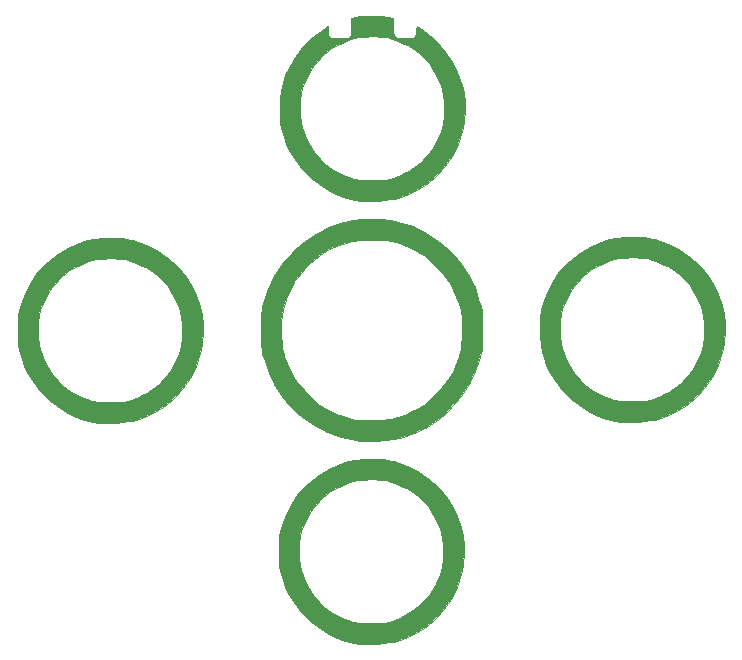
<source format=gbr>
G04 #@! TF.GenerationSoftware,KiCad,Pcbnew,(5.0.1-3-g963ef8bb5)*
G04 #@! TF.CreationDate,2019-04-07T15:35:03+01:00*
G04 #@! TF.ProjectId,invitation,696E7669746174696F6E2E6B69636164,rev?*
G04 #@! TF.SameCoordinates,Original*
G04 #@! TF.FileFunction,Legend,Top*
G04 #@! TF.FilePolarity,Positive*
%FSLAX46Y46*%
G04 Gerber Fmt 4.6, Leading zero omitted, Abs format (unit mm)*
G04 Created by KiCad (PCBNEW (5.0.1-3-g963ef8bb5)) date Sunday, 07 April 2019 at 15:35:03*
%MOMM*%
%LPD*%
G01*
G04 APERTURE LIST*
%ADD10C,0.010000*%
G04 APERTURE END LIST*
D10*
G04 #@! TO.C,G\002A\002A\002A*
G36*
X162769039Y-73199983D02*
X163240913Y-73215565D01*
X163622424Y-73243683D01*
X163766500Y-73263021D01*
X164168666Y-73331708D01*
X164168666Y-74127875D01*
X164174765Y-74540846D01*
X164212070Y-74816245D01*
X164309094Y-74981932D01*
X164494351Y-75065767D01*
X164796354Y-75095609D01*
X165162918Y-75099333D01*
X165575651Y-75086880D01*
X165849603Y-75037050D01*
X166014295Y-74931136D01*
X166099246Y-74750432D01*
X166133488Y-74484290D01*
X166158333Y-74080915D01*
X166751000Y-74477268D01*
X167638990Y-75171443D01*
X168420419Y-75988854D01*
X169082814Y-76911952D01*
X169613705Y-77923186D01*
X170000620Y-79005009D01*
X170020855Y-79078709D01*
X170146061Y-79717788D01*
X170215037Y-80458013D01*
X170227785Y-81240808D01*
X170184304Y-82007594D01*
X170084593Y-82699794D01*
X170020855Y-82973290D01*
X169641087Y-84070866D01*
X169121244Y-85084712D01*
X168472367Y-86003798D01*
X167705499Y-86817096D01*
X166831679Y-87513578D01*
X165861950Y-88082217D01*
X164807353Y-88511983D01*
X164337957Y-88649413D01*
X163929423Y-88731815D01*
X163420346Y-88799336D01*
X162861846Y-88848656D01*
X162305041Y-88876455D01*
X161801051Y-88879413D01*
X161400994Y-88854211D01*
X161332333Y-88844611D01*
X160182404Y-88579156D01*
X159107272Y-88168009D01*
X158117437Y-87620550D01*
X157223394Y-86946156D01*
X156435641Y-86154205D01*
X155764675Y-85254077D01*
X155220995Y-84255149D01*
X154815096Y-83166799D01*
X154760478Y-82973290D01*
X154677314Y-82632809D01*
X154621090Y-82308570D01*
X154587062Y-81952926D01*
X154570484Y-81518233D01*
X154566564Y-81026000D01*
X154566564Y-81025999D01*
X156294666Y-81025999D01*
X156307168Y-81645629D01*
X156352941Y-82152782D01*
X156444386Y-82603024D01*
X156593903Y-83051921D01*
X156813895Y-83555037D01*
X156898254Y-83730523D01*
X157113318Y-84152454D01*
X157310852Y-84483404D01*
X157530126Y-84777872D01*
X157810411Y-85090358D01*
X158065801Y-85350864D01*
X158423501Y-85697541D01*
X158724920Y-85955686D01*
X159024746Y-86164676D01*
X159377664Y-86363889D01*
X159691685Y-86521588D01*
X160085979Y-86704641D01*
X160465203Y-86864055D01*
X160781151Y-86980468D01*
X160956875Y-87029804D01*
X161278021Y-87070789D01*
X161716248Y-87097409D01*
X162219906Y-87109550D01*
X162737344Y-87107101D01*
X163216911Y-87089949D01*
X163606958Y-87057981D01*
X163754943Y-87035903D01*
X164021349Y-86962049D01*
X164384465Y-86829801D01*
X164791175Y-86659669D01*
X165095190Y-86518411D01*
X165517120Y-86303348D01*
X165848070Y-86105814D01*
X166142539Y-85886540D01*
X166455025Y-85606255D01*
X166715531Y-85350864D01*
X167062387Y-84992954D01*
X167320563Y-84691462D01*
X167529329Y-84391889D01*
X167727954Y-84039736D01*
X167883078Y-83730523D01*
X168127410Y-83199346D01*
X168297428Y-82739597D01*
X168405532Y-82295711D01*
X168464124Y-81812123D01*
X168485604Y-81233267D01*
X168486666Y-81026000D01*
X168474164Y-80406370D01*
X168428392Y-79899217D01*
X168336947Y-79448975D01*
X168187429Y-79000078D01*
X167967437Y-78496962D01*
X167883078Y-78321476D01*
X167668015Y-77899545D01*
X167470481Y-77568595D01*
X167251206Y-77274127D01*
X166970921Y-76961641D01*
X166715531Y-76701135D01*
X166357621Y-76354279D01*
X166056129Y-76096103D01*
X165756556Y-75887337D01*
X165404402Y-75688712D01*
X165095190Y-75533588D01*
X164564012Y-75289256D01*
X164104264Y-75119238D01*
X163660378Y-75011134D01*
X163176790Y-74952542D01*
X162597933Y-74931062D01*
X162390666Y-74929999D01*
X161771036Y-74942501D01*
X161263883Y-74988274D01*
X160813642Y-75079719D01*
X160364745Y-75229237D01*
X159861628Y-75449228D01*
X159686143Y-75533588D01*
X159264212Y-75748651D01*
X158933262Y-75946185D01*
X158638794Y-76165459D01*
X158326308Y-76445744D01*
X158065801Y-76701135D01*
X157718945Y-77059045D01*
X157460769Y-77360537D01*
X157252004Y-77660110D01*
X157053378Y-78012263D01*
X156898254Y-78321476D01*
X156653922Y-78852653D01*
X156483904Y-79312402D01*
X156375800Y-79756288D01*
X156317209Y-80239876D01*
X156295728Y-80818732D01*
X156294666Y-81025999D01*
X154566564Y-81025999D01*
X154590393Y-80210324D01*
X154669050Y-79505374D01*
X154813290Y-78858379D01*
X155033869Y-78216568D01*
X155233008Y-77756055D01*
X155746329Y-76829000D01*
X156395567Y-75955236D01*
X157149802Y-75171003D01*
X157978114Y-74512546D01*
X158030333Y-74477268D01*
X158623000Y-74080915D01*
X158647844Y-74484290D01*
X158683461Y-74755953D01*
X158770028Y-74934581D01*
X158937066Y-75038882D01*
X159214096Y-75087562D01*
X159618415Y-75099333D01*
X160041075Y-75093374D01*
X160322936Y-75056925D01*
X160492511Y-74962125D01*
X160578313Y-74781115D01*
X160608855Y-74486035D01*
X160612666Y-74127875D01*
X160612666Y-73331708D01*
X161014833Y-73263021D01*
X161329697Y-73228457D01*
X161761584Y-73206429D01*
X162258647Y-73196938D01*
X162769039Y-73199983D01*
X162769039Y-73199983D01*
G37*
X162769039Y-73199983D02*
X163240913Y-73215565D01*
X163622424Y-73243683D01*
X163766500Y-73263021D01*
X164168666Y-73331708D01*
X164168666Y-74127875D01*
X164174765Y-74540846D01*
X164212070Y-74816245D01*
X164309094Y-74981932D01*
X164494351Y-75065767D01*
X164796354Y-75095609D01*
X165162918Y-75099333D01*
X165575651Y-75086880D01*
X165849603Y-75037050D01*
X166014295Y-74931136D01*
X166099246Y-74750432D01*
X166133488Y-74484290D01*
X166158333Y-74080915D01*
X166751000Y-74477268D01*
X167638990Y-75171443D01*
X168420419Y-75988854D01*
X169082814Y-76911952D01*
X169613705Y-77923186D01*
X170000620Y-79005009D01*
X170020855Y-79078709D01*
X170146061Y-79717788D01*
X170215037Y-80458013D01*
X170227785Y-81240808D01*
X170184304Y-82007594D01*
X170084593Y-82699794D01*
X170020855Y-82973290D01*
X169641087Y-84070866D01*
X169121244Y-85084712D01*
X168472367Y-86003798D01*
X167705499Y-86817096D01*
X166831679Y-87513578D01*
X165861950Y-88082217D01*
X164807353Y-88511983D01*
X164337957Y-88649413D01*
X163929423Y-88731815D01*
X163420346Y-88799336D01*
X162861846Y-88848656D01*
X162305041Y-88876455D01*
X161801051Y-88879413D01*
X161400994Y-88854211D01*
X161332333Y-88844611D01*
X160182404Y-88579156D01*
X159107272Y-88168009D01*
X158117437Y-87620550D01*
X157223394Y-86946156D01*
X156435641Y-86154205D01*
X155764675Y-85254077D01*
X155220995Y-84255149D01*
X154815096Y-83166799D01*
X154760478Y-82973290D01*
X154677314Y-82632809D01*
X154621090Y-82308570D01*
X154587062Y-81952926D01*
X154570484Y-81518233D01*
X154566564Y-81026000D01*
X154566564Y-81025999D01*
X156294666Y-81025999D01*
X156307168Y-81645629D01*
X156352941Y-82152782D01*
X156444386Y-82603024D01*
X156593903Y-83051921D01*
X156813895Y-83555037D01*
X156898254Y-83730523D01*
X157113318Y-84152454D01*
X157310852Y-84483404D01*
X157530126Y-84777872D01*
X157810411Y-85090358D01*
X158065801Y-85350864D01*
X158423501Y-85697541D01*
X158724920Y-85955686D01*
X159024746Y-86164676D01*
X159377664Y-86363889D01*
X159691685Y-86521588D01*
X160085979Y-86704641D01*
X160465203Y-86864055D01*
X160781151Y-86980468D01*
X160956875Y-87029804D01*
X161278021Y-87070789D01*
X161716248Y-87097409D01*
X162219906Y-87109550D01*
X162737344Y-87107101D01*
X163216911Y-87089949D01*
X163606958Y-87057981D01*
X163754943Y-87035903D01*
X164021349Y-86962049D01*
X164384465Y-86829801D01*
X164791175Y-86659669D01*
X165095190Y-86518411D01*
X165517120Y-86303348D01*
X165848070Y-86105814D01*
X166142539Y-85886540D01*
X166455025Y-85606255D01*
X166715531Y-85350864D01*
X167062387Y-84992954D01*
X167320563Y-84691462D01*
X167529329Y-84391889D01*
X167727954Y-84039736D01*
X167883078Y-83730523D01*
X168127410Y-83199346D01*
X168297428Y-82739597D01*
X168405532Y-82295711D01*
X168464124Y-81812123D01*
X168485604Y-81233267D01*
X168486666Y-81026000D01*
X168474164Y-80406370D01*
X168428392Y-79899217D01*
X168336947Y-79448975D01*
X168187429Y-79000078D01*
X167967437Y-78496962D01*
X167883078Y-78321476D01*
X167668015Y-77899545D01*
X167470481Y-77568595D01*
X167251206Y-77274127D01*
X166970921Y-76961641D01*
X166715531Y-76701135D01*
X166357621Y-76354279D01*
X166056129Y-76096103D01*
X165756556Y-75887337D01*
X165404402Y-75688712D01*
X165095190Y-75533588D01*
X164564012Y-75289256D01*
X164104264Y-75119238D01*
X163660378Y-75011134D01*
X163176790Y-74952542D01*
X162597933Y-74931062D01*
X162390666Y-74929999D01*
X161771036Y-74942501D01*
X161263883Y-74988274D01*
X160813642Y-75079719D01*
X160364745Y-75229237D01*
X159861628Y-75449228D01*
X159686143Y-75533588D01*
X159264212Y-75748651D01*
X158933262Y-75946185D01*
X158638794Y-76165459D01*
X158326308Y-76445744D01*
X158065801Y-76701135D01*
X157718945Y-77059045D01*
X157460769Y-77360537D01*
X157252004Y-77660110D01*
X157053378Y-78012263D01*
X156898254Y-78321476D01*
X156653922Y-78852653D01*
X156483904Y-79312402D01*
X156375800Y-79756288D01*
X156317209Y-80239876D01*
X156295728Y-80818732D01*
X156294666Y-81025999D01*
X154566564Y-81025999D01*
X154590393Y-80210324D01*
X154669050Y-79505374D01*
X154813290Y-78858379D01*
X155033869Y-78216568D01*
X155233008Y-77756055D01*
X155746329Y-76829000D01*
X156395567Y-75955236D01*
X157149802Y-75171003D01*
X157978114Y-74512546D01*
X158030333Y-74477268D01*
X158623000Y-74080915D01*
X158647844Y-74484290D01*
X158683461Y-74755953D01*
X158770028Y-74934581D01*
X158937066Y-75038882D01*
X159214096Y-75087562D01*
X159618415Y-75099333D01*
X160041075Y-75093374D01*
X160322936Y-75056925D01*
X160492511Y-74962125D01*
X160578313Y-74781115D01*
X160608855Y-74486035D01*
X160612666Y-74127875D01*
X160612666Y-73331708D01*
X161014833Y-73263021D01*
X161329697Y-73228457D01*
X161761584Y-73206429D01*
X162258647Y-73196938D01*
X162769039Y-73199983D01*
G36*
X185385594Y-91943695D02*
X186077794Y-92043406D01*
X186351290Y-92107144D01*
X187456838Y-92489655D01*
X188475722Y-93013085D01*
X189397809Y-93667300D01*
X190212964Y-94442168D01*
X190911055Y-95327554D01*
X191481948Y-96313326D01*
X191915510Y-97389350D01*
X192034188Y-97790042D01*
X192159394Y-98429121D01*
X192228371Y-99169347D01*
X192241118Y-99952142D01*
X192197637Y-100718928D01*
X192097927Y-101411127D01*
X192034188Y-101684623D01*
X191654420Y-102782200D01*
X191134577Y-103796045D01*
X190485701Y-104715131D01*
X189718832Y-105528429D01*
X188845012Y-106224912D01*
X187875283Y-106793550D01*
X186820686Y-107223317D01*
X186351290Y-107360747D01*
X185942756Y-107443148D01*
X185433679Y-107510669D01*
X184875179Y-107559989D01*
X184318374Y-107587788D01*
X183814384Y-107590747D01*
X183414328Y-107565545D01*
X183345666Y-107555944D01*
X182195737Y-107290489D01*
X181120606Y-106879342D01*
X180130770Y-106331883D01*
X179236727Y-105657489D01*
X178448974Y-104865538D01*
X177778009Y-103965410D01*
X177234328Y-102966482D01*
X176828429Y-101878133D01*
X176773811Y-101684623D01*
X176648605Y-101045545D01*
X176579628Y-100305319D01*
X176570379Y-99737333D01*
X178308000Y-99737333D01*
X178320501Y-100356963D01*
X178366274Y-100864116D01*
X178457719Y-101314357D01*
X178607237Y-101763254D01*
X178827228Y-102266371D01*
X178911588Y-102441856D01*
X179126651Y-102863787D01*
X179324185Y-103194737D01*
X179543459Y-103489205D01*
X179823744Y-103801691D01*
X180079135Y-104062198D01*
X180436834Y-104408874D01*
X180738254Y-104667019D01*
X181038079Y-104876010D01*
X181390997Y-105075222D01*
X181705018Y-105232922D01*
X182099312Y-105415974D01*
X182478536Y-105575389D01*
X182794484Y-105691801D01*
X182970209Y-105741137D01*
X183291354Y-105782123D01*
X183729581Y-105808742D01*
X184233239Y-105820884D01*
X184750677Y-105818435D01*
X185230245Y-105801282D01*
X185620291Y-105769314D01*
X185768277Y-105747237D01*
X186034682Y-105673382D01*
X186397798Y-105541134D01*
X186804508Y-105371002D01*
X187108523Y-105229745D01*
X187530454Y-105014681D01*
X187861404Y-104817147D01*
X188155872Y-104597873D01*
X188468358Y-104317588D01*
X188728864Y-104062198D01*
X189075720Y-103704287D01*
X189333896Y-103402795D01*
X189542662Y-103103222D01*
X189741287Y-102751069D01*
X189896411Y-102441856D01*
X190140743Y-101910679D01*
X190310761Y-101450930D01*
X190418865Y-101007045D01*
X190477457Y-100523456D01*
X190498937Y-99944600D01*
X190500000Y-99737333D01*
X190487498Y-99117703D01*
X190441725Y-98610550D01*
X190350280Y-98160308D01*
X190200762Y-97711412D01*
X189980771Y-97208295D01*
X189896411Y-97032809D01*
X189681348Y-96610879D01*
X189483814Y-96279929D01*
X189264540Y-95985460D01*
X188984255Y-95672974D01*
X188728864Y-95412468D01*
X188370954Y-95065612D01*
X188069462Y-94807436D01*
X187769889Y-94598670D01*
X187417736Y-94400045D01*
X187108523Y-94244921D01*
X186577346Y-94000589D01*
X186117597Y-93830571D01*
X185673711Y-93722467D01*
X185190123Y-93663875D01*
X184611267Y-93642395D01*
X184404000Y-93641333D01*
X183784370Y-93653835D01*
X183277217Y-93699607D01*
X182826975Y-93791052D01*
X182378078Y-93940570D01*
X181874962Y-94160562D01*
X181699476Y-94244921D01*
X181277545Y-94459984D01*
X180946595Y-94657518D01*
X180652127Y-94876793D01*
X180339641Y-95157078D01*
X180079135Y-95412468D01*
X179732279Y-95770378D01*
X179474103Y-96071870D01*
X179265337Y-96371443D01*
X179066712Y-96723597D01*
X178911588Y-97032809D01*
X178667256Y-97563987D01*
X178497238Y-98023735D01*
X178389134Y-98467621D01*
X178330542Y-98951209D01*
X178309062Y-99530066D01*
X178308000Y-99737333D01*
X176570379Y-99737333D01*
X176566881Y-99522524D01*
X176610362Y-98755738D01*
X176710072Y-98063538D01*
X176773811Y-97790042D01*
X177156322Y-96684494D01*
X177679752Y-95665610D01*
X178333967Y-94743523D01*
X179108835Y-93928368D01*
X179994221Y-93230277D01*
X180979993Y-92659384D01*
X182056016Y-92225822D01*
X182456709Y-92107144D01*
X183095788Y-91981938D01*
X183836013Y-91912962D01*
X184618808Y-91900214D01*
X185385594Y-91943695D01*
X185385594Y-91943695D01*
G37*
X185385594Y-91943695D02*
X186077794Y-92043406D01*
X186351290Y-92107144D01*
X187456838Y-92489655D01*
X188475722Y-93013085D01*
X189397809Y-93667300D01*
X190212964Y-94442168D01*
X190911055Y-95327554D01*
X191481948Y-96313326D01*
X191915510Y-97389350D01*
X192034188Y-97790042D01*
X192159394Y-98429121D01*
X192228371Y-99169347D01*
X192241118Y-99952142D01*
X192197637Y-100718928D01*
X192097927Y-101411127D01*
X192034188Y-101684623D01*
X191654420Y-102782200D01*
X191134577Y-103796045D01*
X190485701Y-104715131D01*
X189718832Y-105528429D01*
X188845012Y-106224912D01*
X187875283Y-106793550D01*
X186820686Y-107223317D01*
X186351290Y-107360747D01*
X185942756Y-107443148D01*
X185433679Y-107510669D01*
X184875179Y-107559989D01*
X184318374Y-107587788D01*
X183814384Y-107590747D01*
X183414328Y-107565545D01*
X183345666Y-107555944D01*
X182195737Y-107290489D01*
X181120606Y-106879342D01*
X180130770Y-106331883D01*
X179236727Y-105657489D01*
X178448974Y-104865538D01*
X177778009Y-103965410D01*
X177234328Y-102966482D01*
X176828429Y-101878133D01*
X176773811Y-101684623D01*
X176648605Y-101045545D01*
X176579628Y-100305319D01*
X176570379Y-99737333D01*
X178308000Y-99737333D01*
X178320501Y-100356963D01*
X178366274Y-100864116D01*
X178457719Y-101314357D01*
X178607237Y-101763254D01*
X178827228Y-102266371D01*
X178911588Y-102441856D01*
X179126651Y-102863787D01*
X179324185Y-103194737D01*
X179543459Y-103489205D01*
X179823744Y-103801691D01*
X180079135Y-104062198D01*
X180436834Y-104408874D01*
X180738254Y-104667019D01*
X181038079Y-104876010D01*
X181390997Y-105075222D01*
X181705018Y-105232922D01*
X182099312Y-105415974D01*
X182478536Y-105575389D01*
X182794484Y-105691801D01*
X182970209Y-105741137D01*
X183291354Y-105782123D01*
X183729581Y-105808742D01*
X184233239Y-105820884D01*
X184750677Y-105818435D01*
X185230245Y-105801282D01*
X185620291Y-105769314D01*
X185768277Y-105747237D01*
X186034682Y-105673382D01*
X186397798Y-105541134D01*
X186804508Y-105371002D01*
X187108523Y-105229745D01*
X187530454Y-105014681D01*
X187861404Y-104817147D01*
X188155872Y-104597873D01*
X188468358Y-104317588D01*
X188728864Y-104062198D01*
X189075720Y-103704287D01*
X189333896Y-103402795D01*
X189542662Y-103103222D01*
X189741287Y-102751069D01*
X189896411Y-102441856D01*
X190140743Y-101910679D01*
X190310761Y-101450930D01*
X190418865Y-101007045D01*
X190477457Y-100523456D01*
X190498937Y-99944600D01*
X190500000Y-99737333D01*
X190487498Y-99117703D01*
X190441725Y-98610550D01*
X190350280Y-98160308D01*
X190200762Y-97711412D01*
X189980771Y-97208295D01*
X189896411Y-97032809D01*
X189681348Y-96610879D01*
X189483814Y-96279929D01*
X189264540Y-95985460D01*
X188984255Y-95672974D01*
X188728864Y-95412468D01*
X188370954Y-95065612D01*
X188069462Y-94807436D01*
X187769889Y-94598670D01*
X187417736Y-94400045D01*
X187108523Y-94244921D01*
X186577346Y-94000589D01*
X186117597Y-93830571D01*
X185673711Y-93722467D01*
X185190123Y-93663875D01*
X184611267Y-93642395D01*
X184404000Y-93641333D01*
X183784370Y-93653835D01*
X183277217Y-93699607D01*
X182826975Y-93791052D01*
X182378078Y-93940570D01*
X181874962Y-94160562D01*
X181699476Y-94244921D01*
X181277545Y-94459984D01*
X180946595Y-94657518D01*
X180652127Y-94876793D01*
X180339641Y-95157078D01*
X180079135Y-95412468D01*
X179732279Y-95770378D01*
X179474103Y-96071870D01*
X179265337Y-96371443D01*
X179066712Y-96723597D01*
X178911588Y-97032809D01*
X178667256Y-97563987D01*
X178497238Y-98023735D01*
X178389134Y-98467621D01*
X178330542Y-98951209D01*
X178309062Y-99530066D01*
X178308000Y-99737333D01*
X176570379Y-99737333D01*
X176566881Y-99522524D01*
X176610362Y-98755738D01*
X176710072Y-98063538D01*
X176773811Y-97790042D01*
X177156322Y-96684494D01*
X177679752Y-95665610D01*
X178333967Y-94743523D01*
X179108835Y-93928368D01*
X179994221Y-93230277D01*
X180979993Y-92659384D01*
X182056016Y-92225822D01*
X182456709Y-92107144D01*
X183095788Y-91981938D01*
X183836013Y-91912962D01*
X184618808Y-91900214D01*
X185385594Y-91943695D01*
G36*
X141189594Y-92028362D02*
X141881794Y-92128072D01*
X142155290Y-92191811D01*
X143260838Y-92574322D01*
X144279722Y-93097752D01*
X145201809Y-93751967D01*
X146016964Y-94526835D01*
X146715055Y-95412221D01*
X147285948Y-96397993D01*
X147719510Y-97474016D01*
X147838188Y-97874709D01*
X147963394Y-98513788D01*
X148032371Y-99254013D01*
X148045118Y-100036808D01*
X148001637Y-100803594D01*
X147901927Y-101495794D01*
X147838188Y-101769290D01*
X147458420Y-102866866D01*
X146938577Y-103880712D01*
X146289701Y-104799798D01*
X145522832Y-105613096D01*
X144649012Y-106309578D01*
X143679283Y-106878217D01*
X142624686Y-107307983D01*
X142155290Y-107445413D01*
X141746756Y-107527815D01*
X141237679Y-107595336D01*
X140679179Y-107644656D01*
X140122374Y-107672455D01*
X139618384Y-107675413D01*
X139218328Y-107650211D01*
X139149666Y-107640611D01*
X137999737Y-107375156D01*
X136924606Y-106964009D01*
X135934770Y-106416550D01*
X135040727Y-105742156D01*
X134252974Y-104950205D01*
X133582009Y-104050077D01*
X133038328Y-103051149D01*
X132632429Y-101962799D01*
X132577811Y-101769290D01*
X132494647Y-101428809D01*
X132438423Y-101104570D01*
X132404395Y-100748926D01*
X132387818Y-100314233D01*
X132383897Y-99822000D01*
X132383897Y-99821999D01*
X134112000Y-99821999D01*
X134124501Y-100441629D01*
X134170274Y-100948782D01*
X134261719Y-101399024D01*
X134411237Y-101847921D01*
X134631228Y-102351037D01*
X134715588Y-102526523D01*
X134930651Y-102948454D01*
X135128185Y-103279404D01*
X135347459Y-103573872D01*
X135627744Y-103886358D01*
X135883135Y-104146864D01*
X136240834Y-104493541D01*
X136542254Y-104751686D01*
X136842079Y-104960676D01*
X137194997Y-105159889D01*
X137509018Y-105317588D01*
X137903312Y-105500641D01*
X138282536Y-105660055D01*
X138598484Y-105776468D01*
X138774209Y-105825804D01*
X139095354Y-105866789D01*
X139533581Y-105893409D01*
X140037239Y-105905550D01*
X140554677Y-105903101D01*
X141034245Y-105885949D01*
X141424291Y-105853981D01*
X141572277Y-105831903D01*
X141838682Y-105758049D01*
X142201798Y-105625801D01*
X142608508Y-105455669D01*
X142912523Y-105314411D01*
X143334454Y-105099348D01*
X143665404Y-104901814D01*
X143959872Y-104682540D01*
X144272358Y-104402255D01*
X144532864Y-104146864D01*
X144879720Y-103788954D01*
X145137896Y-103487462D01*
X145346662Y-103187889D01*
X145545287Y-102835736D01*
X145700411Y-102526523D01*
X145944743Y-101995346D01*
X146114761Y-101535597D01*
X146222865Y-101091711D01*
X146281457Y-100608123D01*
X146302937Y-100029267D01*
X146304000Y-99822000D01*
X146291498Y-99202370D01*
X146245725Y-98695217D01*
X146154280Y-98244975D01*
X146004762Y-97796078D01*
X145784771Y-97292962D01*
X145700411Y-97117476D01*
X145485348Y-96695545D01*
X145287814Y-96364595D01*
X145068540Y-96070127D01*
X144788255Y-95757641D01*
X144532864Y-95497135D01*
X144174954Y-95150279D01*
X143873462Y-94892103D01*
X143573889Y-94683337D01*
X143221736Y-94484712D01*
X142912523Y-94329588D01*
X142381346Y-94085256D01*
X141921597Y-93915238D01*
X141477711Y-93807134D01*
X140994123Y-93748542D01*
X140415267Y-93727062D01*
X140208000Y-93725999D01*
X139588370Y-93738501D01*
X139081217Y-93784274D01*
X138630975Y-93875719D01*
X138182078Y-94025237D01*
X137678962Y-94245228D01*
X137503476Y-94329588D01*
X137081545Y-94544651D01*
X136750595Y-94742185D01*
X136456127Y-94961459D01*
X136143641Y-95241744D01*
X135883135Y-95497135D01*
X135536279Y-95855045D01*
X135278103Y-96156537D01*
X135069337Y-96456110D01*
X134870712Y-96808263D01*
X134715588Y-97117476D01*
X134471256Y-97648653D01*
X134301238Y-98108402D01*
X134193134Y-98552288D01*
X134134542Y-99035876D01*
X134113062Y-99614732D01*
X134112000Y-99821999D01*
X132383897Y-99821999D01*
X132388929Y-99276816D01*
X132407186Y-98853108D01*
X132443415Y-98503230D01*
X132502359Y-98179535D01*
X132577811Y-97874709D01*
X132960322Y-96769161D01*
X133483752Y-95750277D01*
X134137967Y-94828190D01*
X134912835Y-94013035D01*
X135798221Y-93314944D01*
X136783993Y-92744051D01*
X137860016Y-92310489D01*
X138260709Y-92191811D01*
X138899788Y-92066605D01*
X139640013Y-91997628D01*
X140422808Y-91984881D01*
X141189594Y-92028362D01*
X141189594Y-92028362D01*
G37*
X141189594Y-92028362D02*
X141881794Y-92128072D01*
X142155290Y-92191811D01*
X143260838Y-92574322D01*
X144279722Y-93097752D01*
X145201809Y-93751967D01*
X146016964Y-94526835D01*
X146715055Y-95412221D01*
X147285948Y-96397993D01*
X147719510Y-97474016D01*
X147838188Y-97874709D01*
X147963394Y-98513788D01*
X148032371Y-99254013D01*
X148045118Y-100036808D01*
X148001637Y-100803594D01*
X147901927Y-101495794D01*
X147838188Y-101769290D01*
X147458420Y-102866866D01*
X146938577Y-103880712D01*
X146289701Y-104799798D01*
X145522832Y-105613096D01*
X144649012Y-106309578D01*
X143679283Y-106878217D01*
X142624686Y-107307983D01*
X142155290Y-107445413D01*
X141746756Y-107527815D01*
X141237679Y-107595336D01*
X140679179Y-107644656D01*
X140122374Y-107672455D01*
X139618384Y-107675413D01*
X139218328Y-107650211D01*
X139149666Y-107640611D01*
X137999737Y-107375156D01*
X136924606Y-106964009D01*
X135934770Y-106416550D01*
X135040727Y-105742156D01*
X134252974Y-104950205D01*
X133582009Y-104050077D01*
X133038328Y-103051149D01*
X132632429Y-101962799D01*
X132577811Y-101769290D01*
X132494647Y-101428809D01*
X132438423Y-101104570D01*
X132404395Y-100748926D01*
X132387818Y-100314233D01*
X132383897Y-99822000D01*
X132383897Y-99821999D01*
X134112000Y-99821999D01*
X134124501Y-100441629D01*
X134170274Y-100948782D01*
X134261719Y-101399024D01*
X134411237Y-101847921D01*
X134631228Y-102351037D01*
X134715588Y-102526523D01*
X134930651Y-102948454D01*
X135128185Y-103279404D01*
X135347459Y-103573872D01*
X135627744Y-103886358D01*
X135883135Y-104146864D01*
X136240834Y-104493541D01*
X136542254Y-104751686D01*
X136842079Y-104960676D01*
X137194997Y-105159889D01*
X137509018Y-105317588D01*
X137903312Y-105500641D01*
X138282536Y-105660055D01*
X138598484Y-105776468D01*
X138774209Y-105825804D01*
X139095354Y-105866789D01*
X139533581Y-105893409D01*
X140037239Y-105905550D01*
X140554677Y-105903101D01*
X141034245Y-105885949D01*
X141424291Y-105853981D01*
X141572277Y-105831903D01*
X141838682Y-105758049D01*
X142201798Y-105625801D01*
X142608508Y-105455669D01*
X142912523Y-105314411D01*
X143334454Y-105099348D01*
X143665404Y-104901814D01*
X143959872Y-104682540D01*
X144272358Y-104402255D01*
X144532864Y-104146864D01*
X144879720Y-103788954D01*
X145137896Y-103487462D01*
X145346662Y-103187889D01*
X145545287Y-102835736D01*
X145700411Y-102526523D01*
X145944743Y-101995346D01*
X146114761Y-101535597D01*
X146222865Y-101091711D01*
X146281457Y-100608123D01*
X146302937Y-100029267D01*
X146304000Y-99822000D01*
X146291498Y-99202370D01*
X146245725Y-98695217D01*
X146154280Y-98244975D01*
X146004762Y-97796078D01*
X145784771Y-97292962D01*
X145700411Y-97117476D01*
X145485348Y-96695545D01*
X145287814Y-96364595D01*
X145068540Y-96070127D01*
X144788255Y-95757641D01*
X144532864Y-95497135D01*
X144174954Y-95150279D01*
X143873462Y-94892103D01*
X143573889Y-94683337D01*
X143221736Y-94484712D01*
X142912523Y-94329588D01*
X142381346Y-94085256D01*
X141921597Y-93915238D01*
X141477711Y-93807134D01*
X140994123Y-93748542D01*
X140415267Y-93727062D01*
X140208000Y-93725999D01*
X139588370Y-93738501D01*
X139081217Y-93784274D01*
X138630975Y-93875719D01*
X138182078Y-94025237D01*
X137678962Y-94245228D01*
X137503476Y-94329588D01*
X137081545Y-94544651D01*
X136750595Y-94742185D01*
X136456127Y-94961459D01*
X136143641Y-95241744D01*
X135883135Y-95497135D01*
X135536279Y-95855045D01*
X135278103Y-96156537D01*
X135069337Y-96456110D01*
X134870712Y-96808263D01*
X134715588Y-97117476D01*
X134471256Y-97648653D01*
X134301238Y-98108402D01*
X134193134Y-98552288D01*
X134134542Y-99035876D01*
X134113062Y-99614732D01*
X134112000Y-99821999D01*
X132383897Y-99821999D01*
X132388929Y-99276816D01*
X132407186Y-98853108D01*
X132443415Y-98503230D01*
X132502359Y-98179535D01*
X132577811Y-97874709D01*
X132960322Y-96769161D01*
X133483752Y-95750277D01*
X134137967Y-94828190D01*
X134912835Y-94013035D01*
X135798221Y-93314944D01*
X136783993Y-92744051D01*
X137860016Y-92310489D01*
X138260709Y-92191811D01*
X138899788Y-92066605D01*
X139640013Y-91997628D01*
X140422808Y-91984881D01*
X141189594Y-92028362D01*
G36*
X162906594Y-90398870D02*
X163336460Y-90409530D01*
X163678823Y-90432116D01*
X163974574Y-90470568D01*
X164264602Y-90528830D01*
X164589800Y-90610843D01*
X164598245Y-90613101D01*
X165821399Y-91016887D01*
X166937632Y-91547625D01*
X167959944Y-92212718D01*
X168901339Y-93019568D01*
X169005610Y-93122389D01*
X169829336Y-94055263D01*
X170510449Y-95067550D01*
X171056350Y-96172252D01*
X171474444Y-97382373D01*
X171514898Y-97529754D01*
X171597520Y-97856277D01*
X171656298Y-98146665D01*
X171695173Y-98441808D01*
X171718088Y-98782598D01*
X171728984Y-99209924D01*
X171731805Y-99764678D01*
X171731806Y-99779666D01*
X171729129Y-100337927D01*
X171718469Y-100767794D01*
X171695883Y-101110157D01*
X171657431Y-101405907D01*
X171599169Y-101695936D01*
X171517156Y-102021133D01*
X171514898Y-102029579D01*
X171111112Y-103252733D01*
X170580374Y-104368965D01*
X169915281Y-105391278D01*
X169108431Y-106332673D01*
X169005610Y-106436943D01*
X168047792Y-107282108D01*
X167019249Y-107973531D01*
X165922183Y-108510260D01*
X164758796Y-108891348D01*
X163531291Y-109115844D01*
X162644666Y-109179045D01*
X162167402Y-109185272D01*
X161700426Y-109178821D01*
X161295734Y-109161172D01*
X161005317Y-109133804D01*
X160993666Y-109132042D01*
X159761920Y-108855649D01*
X158582850Y-108421746D01*
X157471287Y-107837875D01*
X156442064Y-107111576D01*
X155691056Y-106436172D01*
X154867917Y-105504730D01*
X154187071Y-104493386D01*
X153641188Y-103389268D01*
X153222938Y-102179505D01*
X153181768Y-102029579D01*
X153099145Y-101703055D01*
X153040368Y-101412667D01*
X153001493Y-101117524D01*
X152978578Y-100776735D01*
X152967681Y-100349408D01*
X152964861Y-99794654D01*
X152964860Y-99779666D01*
X152965253Y-99697512D01*
X154691799Y-99697512D01*
X154700792Y-100315067D01*
X154734210Y-100886170D01*
X154792053Y-101357320D01*
X154811370Y-101458155D01*
X154956332Y-101982682D01*
X155177391Y-102584193D01*
X155450187Y-103203357D01*
X155750356Y-103780843D01*
X155801015Y-103868330D01*
X156016894Y-104176724D01*
X156333161Y-104554984D01*
X156716183Y-104969477D01*
X157132328Y-105386571D01*
X157547963Y-105772632D01*
X157929455Y-106094028D01*
X158243171Y-106317126D01*
X158259669Y-106326984D01*
X158780654Y-106607158D01*
X159357038Y-106873161D01*
X159931665Y-107101229D01*
X160447381Y-107267600D01*
X160631578Y-107313126D01*
X161033158Y-107373357D01*
X161552206Y-107412416D01*
X162138179Y-107430253D01*
X162740533Y-107426815D01*
X163308725Y-107402049D01*
X163792212Y-107355904D01*
X164026821Y-107316629D01*
X164551349Y-107171667D01*
X165152860Y-106950608D01*
X165772023Y-106677812D01*
X166349509Y-106377643D01*
X166436997Y-106326984D01*
X166745391Y-106111105D01*
X167123650Y-105794838D01*
X167538144Y-105411816D01*
X167955237Y-104995671D01*
X168341299Y-104580036D01*
X168662695Y-104198544D01*
X168885792Y-103884828D01*
X168895650Y-103868330D01*
X169198002Y-103303474D01*
X169477014Y-102687114D01*
X169708325Y-102078580D01*
X169867574Y-101537203D01*
X169885295Y-101458155D01*
X169949577Y-101022268D01*
X169989434Y-100472322D01*
X170004867Y-99861820D01*
X169995874Y-99244266D01*
X169962456Y-98673162D01*
X169904613Y-98202013D01*
X169885295Y-98101178D01*
X169740334Y-97576650D01*
X169519274Y-96975139D01*
X169246479Y-96355976D01*
X168946310Y-95778490D01*
X168895650Y-95691002D01*
X168679772Y-95382608D01*
X168363505Y-95004349D01*
X167980482Y-94589855D01*
X167564337Y-94172762D01*
X167148702Y-93786700D01*
X166767210Y-93465304D01*
X166453494Y-93242207D01*
X166436997Y-93232349D01*
X165872141Y-92929997D01*
X165255780Y-92650985D01*
X164647246Y-92419674D01*
X164105869Y-92260425D01*
X164026821Y-92242704D01*
X163590935Y-92178422D01*
X163040988Y-92138565D01*
X162430487Y-92123132D01*
X161812932Y-92132125D01*
X161241829Y-92165543D01*
X160770679Y-92223386D01*
X160669844Y-92242704D01*
X160145317Y-92387665D01*
X159543806Y-92608725D01*
X158924642Y-92881520D01*
X158347156Y-93181689D01*
X158259669Y-93232349D01*
X157951275Y-93448227D01*
X157573015Y-93764494D01*
X157158522Y-94147517D01*
X156741428Y-94563662D01*
X156355367Y-94979297D01*
X156033971Y-95360789D01*
X155810873Y-95674505D01*
X155801015Y-95691002D01*
X155498664Y-96255858D01*
X155219652Y-96872219D01*
X154988340Y-97480753D01*
X154829092Y-98022130D01*
X154811370Y-98101178D01*
X154747088Y-98537064D01*
X154707231Y-99087011D01*
X154691799Y-99697512D01*
X152965253Y-99697512D01*
X152967537Y-99221405D01*
X152978197Y-98791539D01*
X153000782Y-98449176D01*
X153039235Y-98153425D01*
X153097496Y-97863397D01*
X153179510Y-97538199D01*
X153181768Y-97529754D01*
X153585554Y-96306600D01*
X154116292Y-95190367D01*
X154781385Y-94168055D01*
X155588235Y-93226660D01*
X155691056Y-93122389D01*
X156623929Y-92298663D01*
X157636216Y-91617550D01*
X158740919Y-91071649D01*
X159951039Y-90653555D01*
X160098420Y-90613101D01*
X160424944Y-90530479D01*
X160715332Y-90471701D01*
X161010475Y-90432826D01*
X161351264Y-90409911D01*
X161778591Y-90399015D01*
X162333345Y-90396194D01*
X162348333Y-90396193D01*
X162906594Y-90398870D01*
X162906594Y-90398870D01*
G37*
X162906594Y-90398870D02*
X163336460Y-90409530D01*
X163678823Y-90432116D01*
X163974574Y-90470568D01*
X164264602Y-90528830D01*
X164589800Y-90610843D01*
X164598245Y-90613101D01*
X165821399Y-91016887D01*
X166937632Y-91547625D01*
X167959944Y-92212718D01*
X168901339Y-93019568D01*
X169005610Y-93122389D01*
X169829336Y-94055263D01*
X170510449Y-95067550D01*
X171056350Y-96172252D01*
X171474444Y-97382373D01*
X171514898Y-97529754D01*
X171597520Y-97856277D01*
X171656298Y-98146665D01*
X171695173Y-98441808D01*
X171718088Y-98782598D01*
X171728984Y-99209924D01*
X171731805Y-99764678D01*
X171731806Y-99779666D01*
X171729129Y-100337927D01*
X171718469Y-100767794D01*
X171695883Y-101110157D01*
X171657431Y-101405907D01*
X171599169Y-101695936D01*
X171517156Y-102021133D01*
X171514898Y-102029579D01*
X171111112Y-103252733D01*
X170580374Y-104368965D01*
X169915281Y-105391278D01*
X169108431Y-106332673D01*
X169005610Y-106436943D01*
X168047792Y-107282108D01*
X167019249Y-107973531D01*
X165922183Y-108510260D01*
X164758796Y-108891348D01*
X163531291Y-109115844D01*
X162644666Y-109179045D01*
X162167402Y-109185272D01*
X161700426Y-109178821D01*
X161295734Y-109161172D01*
X161005317Y-109133804D01*
X160993666Y-109132042D01*
X159761920Y-108855649D01*
X158582850Y-108421746D01*
X157471287Y-107837875D01*
X156442064Y-107111576D01*
X155691056Y-106436172D01*
X154867917Y-105504730D01*
X154187071Y-104493386D01*
X153641188Y-103389268D01*
X153222938Y-102179505D01*
X153181768Y-102029579D01*
X153099145Y-101703055D01*
X153040368Y-101412667D01*
X153001493Y-101117524D01*
X152978578Y-100776735D01*
X152967681Y-100349408D01*
X152964861Y-99794654D01*
X152964860Y-99779666D01*
X152965253Y-99697512D01*
X154691799Y-99697512D01*
X154700792Y-100315067D01*
X154734210Y-100886170D01*
X154792053Y-101357320D01*
X154811370Y-101458155D01*
X154956332Y-101982682D01*
X155177391Y-102584193D01*
X155450187Y-103203357D01*
X155750356Y-103780843D01*
X155801015Y-103868330D01*
X156016894Y-104176724D01*
X156333161Y-104554984D01*
X156716183Y-104969477D01*
X157132328Y-105386571D01*
X157547963Y-105772632D01*
X157929455Y-106094028D01*
X158243171Y-106317126D01*
X158259669Y-106326984D01*
X158780654Y-106607158D01*
X159357038Y-106873161D01*
X159931665Y-107101229D01*
X160447381Y-107267600D01*
X160631578Y-107313126D01*
X161033158Y-107373357D01*
X161552206Y-107412416D01*
X162138179Y-107430253D01*
X162740533Y-107426815D01*
X163308725Y-107402049D01*
X163792212Y-107355904D01*
X164026821Y-107316629D01*
X164551349Y-107171667D01*
X165152860Y-106950608D01*
X165772023Y-106677812D01*
X166349509Y-106377643D01*
X166436997Y-106326984D01*
X166745391Y-106111105D01*
X167123650Y-105794838D01*
X167538144Y-105411816D01*
X167955237Y-104995671D01*
X168341299Y-104580036D01*
X168662695Y-104198544D01*
X168885792Y-103884828D01*
X168895650Y-103868330D01*
X169198002Y-103303474D01*
X169477014Y-102687114D01*
X169708325Y-102078580D01*
X169867574Y-101537203D01*
X169885295Y-101458155D01*
X169949577Y-101022268D01*
X169989434Y-100472322D01*
X170004867Y-99861820D01*
X169995874Y-99244266D01*
X169962456Y-98673162D01*
X169904613Y-98202013D01*
X169885295Y-98101178D01*
X169740334Y-97576650D01*
X169519274Y-96975139D01*
X169246479Y-96355976D01*
X168946310Y-95778490D01*
X168895650Y-95691002D01*
X168679772Y-95382608D01*
X168363505Y-95004349D01*
X167980482Y-94589855D01*
X167564337Y-94172762D01*
X167148702Y-93786700D01*
X166767210Y-93465304D01*
X166453494Y-93242207D01*
X166436997Y-93232349D01*
X165872141Y-92929997D01*
X165255780Y-92650985D01*
X164647246Y-92419674D01*
X164105869Y-92260425D01*
X164026821Y-92242704D01*
X163590935Y-92178422D01*
X163040988Y-92138565D01*
X162430487Y-92123132D01*
X161812932Y-92132125D01*
X161241829Y-92165543D01*
X160770679Y-92223386D01*
X160669844Y-92242704D01*
X160145317Y-92387665D01*
X159543806Y-92608725D01*
X158924642Y-92881520D01*
X158347156Y-93181689D01*
X158259669Y-93232349D01*
X157951275Y-93448227D01*
X157573015Y-93764494D01*
X157158522Y-94147517D01*
X156741428Y-94563662D01*
X156355367Y-94979297D01*
X156033971Y-95360789D01*
X155810873Y-95674505D01*
X155801015Y-95691002D01*
X155498664Y-96255858D01*
X155219652Y-96872219D01*
X154988340Y-97480753D01*
X154829092Y-98022130D01*
X154811370Y-98101178D01*
X154747088Y-98537064D01*
X154707231Y-99087011D01*
X154691799Y-99697512D01*
X152965253Y-99697512D01*
X152967537Y-99221405D01*
X152978197Y-98791539D01*
X153000782Y-98449176D01*
X153039235Y-98153425D01*
X153097496Y-97863397D01*
X153179510Y-97538199D01*
X153181768Y-97529754D01*
X153585554Y-96306600D01*
X154116292Y-95190367D01*
X154781385Y-94168055D01*
X155588235Y-93226660D01*
X155691056Y-93122389D01*
X156623929Y-92298663D01*
X157636216Y-91617550D01*
X158740919Y-91071649D01*
X159951039Y-90653555D01*
X160098420Y-90613101D01*
X160424944Y-90530479D01*
X160715332Y-90471701D01*
X161010475Y-90432826D01*
X161351264Y-90409911D01*
X161778591Y-90399015D01*
X162333345Y-90396194D01*
X162348333Y-90396193D01*
X162906594Y-90398870D01*
G36*
X163287594Y-110739695D02*
X163979794Y-110839406D01*
X164253290Y-110903144D01*
X165358838Y-111285655D01*
X166377722Y-111809085D01*
X167299809Y-112463300D01*
X168114964Y-113238168D01*
X168813055Y-114123554D01*
X169383948Y-115109326D01*
X169817510Y-116185350D01*
X169936188Y-116586042D01*
X170061394Y-117225121D01*
X170130371Y-117965347D01*
X170143118Y-118748142D01*
X170099637Y-119514928D01*
X169999927Y-120207127D01*
X169936188Y-120480623D01*
X169556420Y-121578200D01*
X169036577Y-122592045D01*
X168387701Y-123511131D01*
X167620832Y-124324429D01*
X166747012Y-125020912D01*
X165777283Y-125589550D01*
X164722686Y-126019317D01*
X164253290Y-126156747D01*
X163844756Y-126239148D01*
X163335679Y-126306669D01*
X162777179Y-126355989D01*
X162220374Y-126383788D01*
X161716384Y-126386747D01*
X161316328Y-126361545D01*
X161247666Y-126351944D01*
X160097737Y-126086489D01*
X159022606Y-125675342D01*
X158032770Y-125127883D01*
X157138727Y-124453489D01*
X156350974Y-123661538D01*
X155680009Y-122761410D01*
X155136328Y-121762482D01*
X154730429Y-120674133D01*
X154675811Y-120480623D01*
X154592647Y-120140143D01*
X154536423Y-119815903D01*
X154502395Y-119460260D01*
X154485818Y-119025566D01*
X154481897Y-118533333D01*
X156210000Y-118533333D01*
X156222501Y-119152963D01*
X156268274Y-119660116D01*
X156359719Y-120110357D01*
X156509237Y-120559254D01*
X156729228Y-121062371D01*
X156813588Y-121237856D01*
X157028651Y-121659787D01*
X157226185Y-121990737D01*
X157445459Y-122285205D01*
X157725744Y-122597691D01*
X157981135Y-122858198D01*
X158338834Y-123204874D01*
X158640254Y-123463019D01*
X158940079Y-123672010D01*
X159292997Y-123871222D01*
X159607018Y-124028922D01*
X160001312Y-124211974D01*
X160380536Y-124371389D01*
X160696484Y-124487801D01*
X160872209Y-124537137D01*
X161193354Y-124578123D01*
X161631581Y-124604742D01*
X162135239Y-124616884D01*
X162652677Y-124614435D01*
X163132245Y-124597282D01*
X163522291Y-124565314D01*
X163670277Y-124543237D01*
X163936682Y-124469382D01*
X164299798Y-124337134D01*
X164706508Y-124167002D01*
X165010523Y-124025745D01*
X165884390Y-123513941D01*
X166632226Y-122890359D01*
X167261002Y-122148030D01*
X167777685Y-121279984D01*
X167798411Y-121237856D01*
X168042743Y-120706679D01*
X168212761Y-120246930D01*
X168320865Y-119803045D01*
X168379457Y-119319456D01*
X168400937Y-118740600D01*
X168402000Y-118533333D01*
X168389498Y-117913703D01*
X168343725Y-117406550D01*
X168252280Y-116956308D01*
X168102762Y-116507412D01*
X167882771Y-116004295D01*
X167798411Y-115828809D01*
X167583348Y-115406879D01*
X167385814Y-115075929D01*
X167166540Y-114781460D01*
X166886255Y-114468974D01*
X166630864Y-114208468D01*
X166272954Y-113861612D01*
X165971462Y-113603436D01*
X165671889Y-113394670D01*
X165319736Y-113196045D01*
X165010523Y-113040921D01*
X164479346Y-112796589D01*
X164019597Y-112626571D01*
X163575711Y-112518467D01*
X163092123Y-112459875D01*
X162513267Y-112438395D01*
X162306000Y-112437333D01*
X161686370Y-112449835D01*
X161179217Y-112495607D01*
X160728975Y-112587052D01*
X160280078Y-112736570D01*
X159776962Y-112956562D01*
X159601476Y-113040921D01*
X159179545Y-113255984D01*
X158848595Y-113453518D01*
X158554127Y-113672793D01*
X158241641Y-113953078D01*
X157981135Y-114208468D01*
X157634279Y-114566378D01*
X157376103Y-114867870D01*
X157167337Y-115167443D01*
X156968712Y-115519597D01*
X156813588Y-115828809D01*
X156569256Y-116359987D01*
X156399238Y-116819735D01*
X156291134Y-117263621D01*
X156232542Y-117747209D01*
X156211062Y-118326066D01*
X156210000Y-118533333D01*
X154481897Y-118533333D01*
X154486929Y-117988150D01*
X154505186Y-117564442D01*
X154541415Y-117214563D01*
X154600359Y-116890869D01*
X154675811Y-116586042D01*
X155058322Y-115480494D01*
X155581752Y-114461610D01*
X156235967Y-113539523D01*
X157010835Y-112724368D01*
X157896221Y-112026277D01*
X158881993Y-111455384D01*
X159958016Y-111021822D01*
X160358709Y-110903144D01*
X160997788Y-110777938D01*
X161738013Y-110708962D01*
X162520808Y-110696214D01*
X163287594Y-110739695D01*
X163287594Y-110739695D01*
G37*
X163287594Y-110739695D02*
X163979794Y-110839406D01*
X164253290Y-110903144D01*
X165358838Y-111285655D01*
X166377722Y-111809085D01*
X167299809Y-112463300D01*
X168114964Y-113238168D01*
X168813055Y-114123554D01*
X169383948Y-115109326D01*
X169817510Y-116185350D01*
X169936188Y-116586042D01*
X170061394Y-117225121D01*
X170130371Y-117965347D01*
X170143118Y-118748142D01*
X170099637Y-119514928D01*
X169999927Y-120207127D01*
X169936188Y-120480623D01*
X169556420Y-121578200D01*
X169036577Y-122592045D01*
X168387701Y-123511131D01*
X167620832Y-124324429D01*
X166747012Y-125020912D01*
X165777283Y-125589550D01*
X164722686Y-126019317D01*
X164253290Y-126156747D01*
X163844756Y-126239148D01*
X163335679Y-126306669D01*
X162777179Y-126355989D01*
X162220374Y-126383788D01*
X161716384Y-126386747D01*
X161316328Y-126361545D01*
X161247666Y-126351944D01*
X160097737Y-126086489D01*
X159022606Y-125675342D01*
X158032770Y-125127883D01*
X157138727Y-124453489D01*
X156350974Y-123661538D01*
X155680009Y-122761410D01*
X155136328Y-121762482D01*
X154730429Y-120674133D01*
X154675811Y-120480623D01*
X154592647Y-120140143D01*
X154536423Y-119815903D01*
X154502395Y-119460260D01*
X154485818Y-119025566D01*
X154481897Y-118533333D01*
X156210000Y-118533333D01*
X156222501Y-119152963D01*
X156268274Y-119660116D01*
X156359719Y-120110357D01*
X156509237Y-120559254D01*
X156729228Y-121062371D01*
X156813588Y-121237856D01*
X157028651Y-121659787D01*
X157226185Y-121990737D01*
X157445459Y-122285205D01*
X157725744Y-122597691D01*
X157981135Y-122858198D01*
X158338834Y-123204874D01*
X158640254Y-123463019D01*
X158940079Y-123672010D01*
X159292997Y-123871222D01*
X159607018Y-124028922D01*
X160001312Y-124211974D01*
X160380536Y-124371389D01*
X160696484Y-124487801D01*
X160872209Y-124537137D01*
X161193354Y-124578123D01*
X161631581Y-124604742D01*
X162135239Y-124616884D01*
X162652677Y-124614435D01*
X163132245Y-124597282D01*
X163522291Y-124565314D01*
X163670277Y-124543237D01*
X163936682Y-124469382D01*
X164299798Y-124337134D01*
X164706508Y-124167002D01*
X165010523Y-124025745D01*
X165884390Y-123513941D01*
X166632226Y-122890359D01*
X167261002Y-122148030D01*
X167777685Y-121279984D01*
X167798411Y-121237856D01*
X168042743Y-120706679D01*
X168212761Y-120246930D01*
X168320865Y-119803045D01*
X168379457Y-119319456D01*
X168400937Y-118740600D01*
X168402000Y-118533333D01*
X168389498Y-117913703D01*
X168343725Y-117406550D01*
X168252280Y-116956308D01*
X168102762Y-116507412D01*
X167882771Y-116004295D01*
X167798411Y-115828809D01*
X167583348Y-115406879D01*
X167385814Y-115075929D01*
X167166540Y-114781460D01*
X166886255Y-114468974D01*
X166630864Y-114208468D01*
X166272954Y-113861612D01*
X165971462Y-113603436D01*
X165671889Y-113394670D01*
X165319736Y-113196045D01*
X165010523Y-113040921D01*
X164479346Y-112796589D01*
X164019597Y-112626571D01*
X163575711Y-112518467D01*
X163092123Y-112459875D01*
X162513267Y-112438395D01*
X162306000Y-112437333D01*
X161686370Y-112449835D01*
X161179217Y-112495607D01*
X160728975Y-112587052D01*
X160280078Y-112736570D01*
X159776962Y-112956562D01*
X159601476Y-113040921D01*
X159179545Y-113255984D01*
X158848595Y-113453518D01*
X158554127Y-113672793D01*
X158241641Y-113953078D01*
X157981135Y-114208468D01*
X157634279Y-114566378D01*
X157376103Y-114867870D01*
X157167337Y-115167443D01*
X156968712Y-115519597D01*
X156813588Y-115828809D01*
X156569256Y-116359987D01*
X156399238Y-116819735D01*
X156291134Y-117263621D01*
X156232542Y-117747209D01*
X156211062Y-118326066D01*
X156210000Y-118533333D01*
X154481897Y-118533333D01*
X154486929Y-117988150D01*
X154505186Y-117564442D01*
X154541415Y-117214563D01*
X154600359Y-116890869D01*
X154675811Y-116586042D01*
X155058322Y-115480494D01*
X155581752Y-114461610D01*
X156235967Y-113539523D01*
X157010835Y-112724368D01*
X157896221Y-112026277D01*
X158881993Y-111455384D01*
X159958016Y-111021822D01*
X160358709Y-110903144D01*
X160997788Y-110777938D01*
X161738013Y-110708962D01*
X162520808Y-110696214D01*
X163287594Y-110739695D01*
G04 #@! TD*
M02*

</source>
